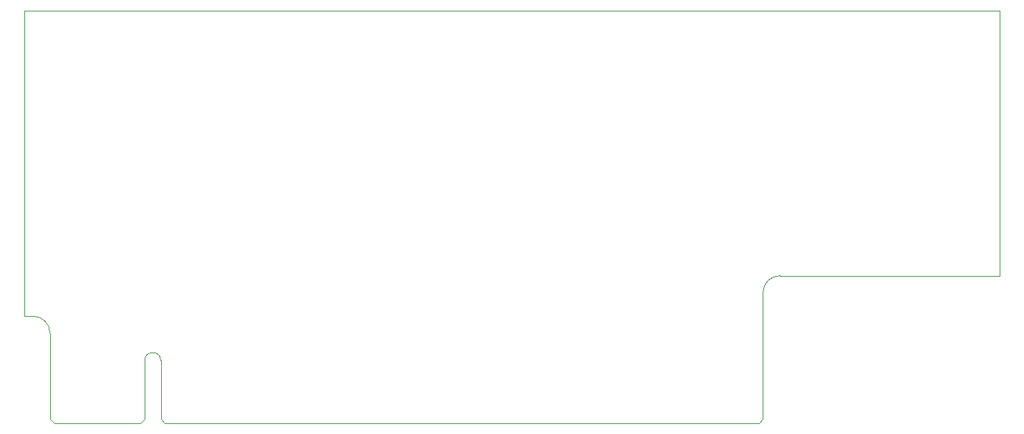
<source format=gbr>
%TF.GenerationSoftware,KiCad,Pcbnew,(5.1.6)-1*%
%TF.CreationDate,2021-07-09T16:03:55+01:00*%
%TF.ProjectId,t9120riser,74393132-3072-4697-9365-722e6b696361,rev?*%
%TF.SameCoordinates,Original*%
%TF.FileFunction,Profile,NP*%
%FSLAX46Y46*%
G04 Gerber Fmt 4.6, Leading zero omitted, Abs format (unit mm)*
G04 Created by KiCad (PCBNEW (5.1.6)-1) date 2021-07-09 16:03:55*
%MOMM*%
%LPD*%
G01*
G04 APERTURE LIST*
%TA.AperFunction,Profile*%
%ADD10C,0.050000*%
%TD*%
G04 APERTURE END LIST*
D10*
X188650000Y-93600000D02*
X73350000Y-93600000D01*
X188650000Y-125000000D02*
X188650000Y-93600000D01*
X162650000Y-125000000D02*
X188650000Y-125000000D01*
X160650000Y-142000000D02*
X160650000Y-127000000D01*
X160150000Y-142500000D02*
X160650000Y-142000000D01*
X89950000Y-142500000D02*
X160150000Y-142500000D01*
X89450000Y-142000000D02*
X89950000Y-142500000D01*
X89450000Y-135050000D02*
X89450000Y-142000000D01*
X87550000Y-135050000D02*
X87550000Y-142000000D01*
X87550000Y-135050000D02*
G75*
G02*
X89450000Y-135050000I950000J0D01*
G01*
X87050000Y-142500000D02*
X87550000Y-142000000D01*
X76850000Y-142500000D02*
X87050000Y-142500000D01*
X76350000Y-142000000D02*
X76850000Y-142500000D01*
X76350000Y-134100000D02*
X76350000Y-142000000D01*
X73350000Y-129800000D02*
X74350000Y-129800000D01*
X73350000Y-93600000D02*
X73350000Y-129800000D01*
X76350000Y-131800000D02*
X76350000Y-134100000D01*
X74350000Y-129800000D02*
G75*
G02*
X76350000Y-131800000I0J-2000000D01*
G01*
X160650000Y-127000000D02*
G75*
G02*
X162650000Y-125000000I2000000J0D01*
G01*
M02*

</source>
